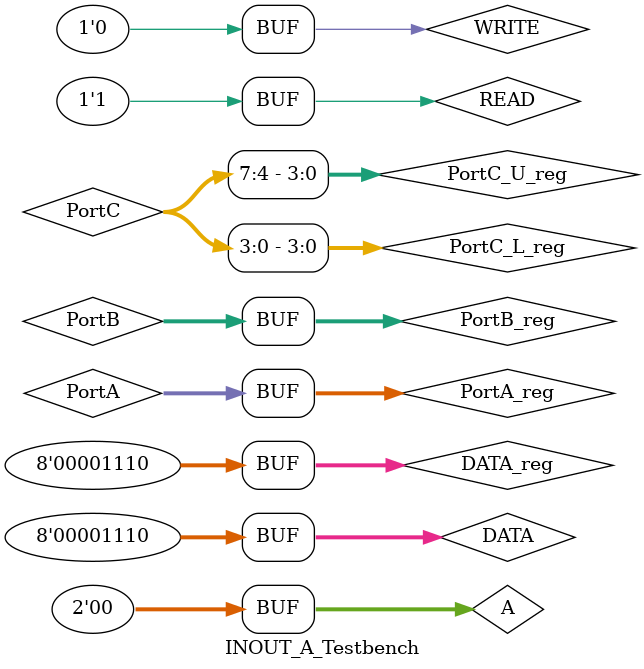
<source format=v>
module INOUT_A_Testbench();

reg [7:0]Control_Register;
wire [7:0]DATA;
wire [7:0]PortA;
wire [7:0]PortB;
wire [7:0]PortC;
reg READ,WRITE;

reg[1:0]A;

reg [7:0]DATA_reg;
reg [7:0]PortA_reg;
reg [7:0]PortB_reg;
reg [3:0]PortC_U_reg;
reg [3:0]PortC_L_reg;

assign DATA = DATA_reg;
assign PortA = PortA_reg;
assign PortB = PortB_reg;
assign PortC = {PortC_U_reg,PortC_L_reg};

initial
begin
$monitor("A = %b  ||  DATA = %d  || PortA = %d || PortC = %d || PortC = %d",A, DATA , PortA, PortB, PortC);

READ <= 1;
WRITE <= 0;
A = 2'b11;
DATA_reg <= 8'b1001_1011;

#10
A = 2'b00;
DATA_reg <= 7;

#10
DATA_reg <= 14;

end

INOUT_Mode_Case a(A, WRITE , READ, DATA, PortA, PortB, PortC);

endmodule

</source>
